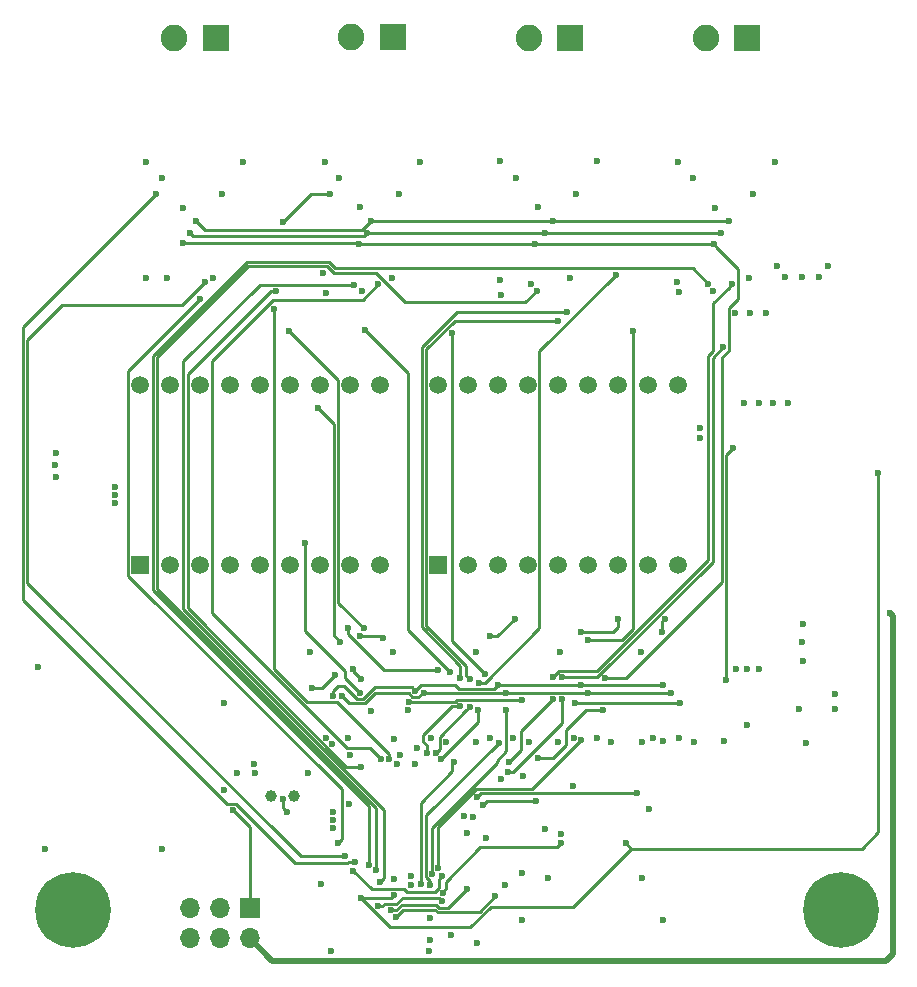
<source format=gbr>
G04 #@! TF.GenerationSoftware,KiCad,Pcbnew,(5.0-dev-4115-gdd04bcb)*
G04 #@! TF.CreationDate,2018-03-20T17:51:50-07:00*
G04 #@! TF.ProjectId,Thermocouple Data Logger,546865726D6F636F75706C6520446174,1*
G04 #@! TF.SameCoordinates,Original*
G04 #@! TF.FileFunction,Copper,L4,Bot,Signal*
G04 #@! TF.FilePolarity,Positive*
%FSLAX46Y46*%
G04 Gerber Fmt 4.6, Leading zero omitted, Abs format (unit mm)*
G04 Created by KiCad (PCBNEW (5.0-dev-4115-gdd04bcb)) date Tuesday, March 20, 2018 at 05:51:50 PM*
%MOMM*%
%LPD*%
G01*
G04 APERTURE LIST*
%ADD10R,1.500000X1.500000*%
%ADD11C,1.500000*%
%ADD12C,2.250000*%
%ADD13R,2.250000X2.250000*%
%ADD14O,1.700000X1.700000*%
%ADD15R,1.700000X1.700000*%
%ADD16C,1.000000*%
%ADD17C,0.800000*%
%ADD18C,6.400000*%
%ADD19C,0.600000*%
%ADD20C,0.250000*%
%ADD21C,0.500000*%
G04 APERTURE END LIST*
D10*
X119650000Y-99900000D03*
D11*
X122190000Y-99900000D03*
X124730000Y-99900000D03*
X127270000Y-99900000D03*
X129810000Y-99900000D03*
X132350000Y-99900000D03*
X134890000Y-99900000D03*
X137430000Y-99900000D03*
X139970000Y-99900000D03*
X139970000Y-84660000D03*
X137430000Y-84660000D03*
X134890000Y-84660000D03*
X132350000Y-84660000D03*
X129810000Y-84660000D03*
X127270000Y-84660000D03*
X124730000Y-84660000D03*
X122190000Y-84660000D03*
X119650000Y-84660000D03*
D12*
X122575000Y-55275000D03*
D13*
X126075000Y-55275000D03*
X141075000Y-55225000D03*
D12*
X137575000Y-55225000D03*
D13*
X156075000Y-55275000D03*
D12*
X152575000Y-55275000D03*
X167575000Y-55275000D03*
D13*
X171075000Y-55275000D03*
D14*
X123920000Y-131540000D03*
X123920000Y-129000000D03*
X126460000Y-131540000D03*
X126460000Y-129000000D03*
X129000000Y-131540000D03*
D15*
X129000000Y-129000000D03*
D10*
X144900000Y-99900000D03*
D11*
X147440000Y-99900000D03*
X149980000Y-99900000D03*
X152520000Y-99900000D03*
X155060000Y-99900000D03*
X157600000Y-99900000D03*
X160140000Y-99900000D03*
X162680000Y-99900000D03*
X165220000Y-99900000D03*
X165220000Y-84660000D03*
X162680000Y-84660000D03*
X160140000Y-84660000D03*
X157600000Y-84660000D03*
X155060000Y-84660000D03*
X152520000Y-84660000D03*
X149980000Y-84660000D03*
X147440000Y-84660000D03*
X144900000Y-84660000D03*
D16*
X130800000Y-119500000D03*
X132700000Y-119500000D03*
D17*
X115697056Y-127402944D03*
X114000000Y-126700000D03*
X112302944Y-127402944D03*
X111600000Y-129100000D03*
X112302944Y-130797056D03*
X114000000Y-131500000D03*
X115697056Y-130797056D03*
X116400000Y-129100000D03*
D18*
X114000000Y-129100000D03*
X179000000Y-129100000D03*
D17*
X181400000Y-129100000D03*
X180697056Y-130797056D03*
X179000000Y-131500000D03*
X177302944Y-130797056D03*
X176600000Y-129100000D03*
X177302944Y-127402944D03*
X179000000Y-126700000D03*
X180697056Y-127402944D03*
D19*
X141449992Y-116800000D03*
X165150000Y-76000000D03*
X165350000Y-76825000D03*
X143168778Y-115459043D03*
X152123866Y-117804635D03*
X151300000Y-114600000D03*
X150249019Y-118009522D03*
X135400000Y-76874990D03*
X135200000Y-75224990D03*
X120149891Y-75654269D03*
X141650002Y-116050000D03*
X141200000Y-114700000D03*
X144224998Y-129800032D03*
X144200000Y-131650000D03*
X142625000Y-127025000D03*
X136000000Y-121525000D03*
X136000000Y-120875010D03*
X129300000Y-116750000D03*
X129450000Y-117550000D03*
X133900000Y-117550000D03*
X164000000Y-130000000D03*
X175800000Y-104900000D03*
X175699998Y-106450000D03*
X175850000Y-108050000D03*
X165200000Y-65800000D03*
X166500000Y-67200000D03*
X171600000Y-68500000D03*
X171200000Y-75600000D03*
X173400000Y-65800000D03*
X156600000Y-68500000D03*
X141600000Y-68500000D03*
X126600000Y-68500000D03*
X158400000Y-65700000D03*
X150200000Y-65700000D03*
X151500000Y-67150000D03*
X156125000Y-75600000D03*
X150228867Y-77053837D03*
X150199992Y-75800000D03*
X136500000Y-67200000D03*
X135300000Y-65800000D03*
X143400000Y-65800000D03*
X141000000Y-75600000D03*
X120200000Y-65800000D03*
X121500000Y-67200000D03*
X128400000Y-65800000D03*
X125900000Y-75600000D03*
X121500000Y-124000000D03*
X126800000Y-119000000D03*
X126800000Y-111600000D03*
X162100000Y-107300000D03*
X155200000Y-107300000D03*
X148100000Y-107300000D03*
X141100000Y-107300000D03*
X134100000Y-107300000D03*
X162800000Y-120600000D03*
X156300000Y-118650000D03*
X136010000Y-122210000D03*
X148950000Y-123050000D03*
X147900000Y-121250000D03*
X147100000Y-121174998D03*
X142650000Y-126250000D03*
X135850000Y-132600000D03*
X144150000Y-132600000D03*
X171100000Y-113500000D03*
X175500000Y-112150000D03*
X178500000Y-110850000D03*
X178500000Y-112100000D03*
X111050000Y-108550000D03*
X111600000Y-124000000D03*
X135000000Y-126900000D03*
X148250000Y-131900000D03*
X150550000Y-127000000D03*
X162200000Y-126400000D03*
X154250000Y-126400000D03*
X155300000Y-122700000D03*
X153950000Y-122250000D03*
X169100000Y-114850000D03*
X165300000Y-114600000D03*
X162200000Y-114900000D03*
X155100000Y-114900004D03*
X158350000Y-114600000D03*
X148100000Y-114950000D03*
X144300000Y-114600000D03*
X137450000Y-116050000D03*
X137300000Y-114600000D03*
X177200000Y-75550000D03*
X173600000Y-74650000D03*
X174300000Y-75550000D03*
X175750000Y-75550000D03*
X177900000Y-74650000D03*
X153175000Y-119950000D03*
X148721995Y-120266698D03*
X142978128Y-116762979D03*
X137400000Y-120150000D03*
X121950355Y-75654269D03*
X127900000Y-117500000D03*
X147400000Y-122650000D03*
X141196037Y-126480773D03*
X112550000Y-92450000D03*
X112550000Y-90450000D03*
X112450000Y-91500000D03*
X146000000Y-131250000D03*
X152050000Y-129950000D03*
X152050000Y-126000000D03*
X172100000Y-108750000D03*
X170100000Y-108750000D03*
X171100000Y-108700000D03*
X176100000Y-115000000D03*
X170800000Y-86250000D03*
X172100000Y-86250000D03*
X173250000Y-86250000D03*
X174500000Y-86250000D03*
X123300000Y-69700000D03*
X141359023Y-129721919D03*
X149750000Y-127975000D03*
X135950000Y-115050000D03*
X135450000Y-114550000D03*
X117574990Y-94650000D03*
X117574990Y-93350000D03*
X117574990Y-94000000D03*
X157050000Y-114750000D03*
X144900000Y-125581288D03*
X139250000Y-112300000D03*
X142350000Y-112250000D03*
X145600000Y-114900000D03*
X149350000Y-114600000D03*
X156400000Y-114600000D03*
X152600000Y-114900000D03*
X159550000Y-114900000D03*
X166550000Y-114900000D03*
X163150000Y-114600000D03*
X163950000Y-114800000D03*
X167100000Y-89150000D03*
X167100000Y-88350000D03*
X161774999Y-119275001D03*
X148224999Y-119600000D03*
X170050000Y-78600000D03*
X140020231Y-126729769D03*
X138300000Y-69650000D03*
X138450000Y-76700000D03*
X137800000Y-76200000D03*
X139691711Y-125777086D03*
X153350000Y-69650000D03*
X171350000Y-78600000D03*
X153250000Y-76700000D03*
X152800004Y-76100000D03*
X139025000Y-125350000D03*
X168350000Y-69700000D03*
X172650000Y-78600000D03*
X168200000Y-76700000D03*
X167750000Y-76100000D03*
X141175000Y-127900004D03*
X138400000Y-128150000D03*
X160800000Y-123500000D03*
X182200000Y-92100000D03*
X183150001Y-103999999D03*
X145309741Y-127709739D03*
X155300000Y-123500001D03*
X127575000Y-120675000D03*
X145261447Y-128408083D03*
X139802954Y-128797292D03*
X140922092Y-129175012D03*
X147325000Y-127400000D03*
X145281250Y-126225000D03*
X137708083Y-125799999D03*
X132100000Y-120875000D03*
X131756173Y-119713710D03*
X133650000Y-98100000D03*
X138300000Y-110775010D03*
X132300000Y-80150000D03*
X138640731Y-105303186D03*
X138358732Y-109558732D03*
X137691268Y-108741268D03*
X136200000Y-109250000D03*
X134249718Y-110374990D03*
X134750000Y-86650000D03*
X136650000Y-106425000D03*
X138750000Y-80050000D03*
X145950001Y-108950000D03*
X137300000Y-105300000D03*
X144900000Y-108850000D03*
X140250011Y-106150000D03*
X138300000Y-105950000D03*
X148861728Y-109150011D03*
X146100000Y-80250000D03*
X151400000Y-104500000D03*
X149350000Y-105960011D03*
X161400000Y-80100000D03*
X157650000Y-106300000D03*
X160150000Y-104510000D03*
X157000000Y-105610017D03*
X164100000Y-104500000D03*
X163900000Y-105610001D03*
X169850000Y-90050000D03*
X169263713Y-109663713D03*
X150675000Y-112200000D03*
X144441283Y-126110048D03*
X136747992Y-111000031D03*
X164600000Y-110750000D03*
X143700000Y-110750000D03*
X150700000Y-110750000D03*
X157650000Y-110750000D03*
X150050000Y-115000005D03*
X144200000Y-127000000D03*
X136008465Y-111000031D03*
X143000000Y-110575021D03*
X150000000Y-110100000D03*
X164000000Y-110100000D03*
X157000000Y-110100000D03*
X146250000Y-116600000D03*
X143450000Y-126950000D03*
X121000000Y-68550000D03*
X137900000Y-125050000D03*
X124750000Y-77450000D03*
X136450000Y-123450000D03*
X131200000Y-76725000D03*
X140045731Y-116350063D03*
X139850000Y-76175000D03*
X140745666Y-116339711D03*
X135750000Y-68500000D03*
X131800000Y-70850000D03*
X131000000Y-78225000D03*
X155800000Y-78525000D03*
X146808425Y-109484340D03*
X146800000Y-111900000D03*
X147599998Y-109600000D03*
X147600004Y-111950000D03*
X155100000Y-79250000D03*
X144721655Y-115814118D03*
X148376109Y-109913056D03*
X148302356Y-112203865D03*
X159950000Y-75400000D03*
X145123606Y-116387213D03*
X159082725Y-109482737D03*
X158850000Y-112175000D03*
X153400000Y-116250000D03*
X150900002Y-116650000D03*
X169809089Y-76175000D03*
X154650000Y-109400000D03*
X154650000Y-111275000D03*
X155400000Y-111300000D03*
X150820536Y-117449711D03*
X155400000Y-109450000D03*
X169050000Y-81500000D03*
X138883404Y-71859074D03*
X125195622Y-75979280D03*
X137000000Y-124600000D03*
X138350000Y-117000000D03*
X143938354Y-115836077D03*
X168250000Y-72750000D03*
X153100000Y-72750000D03*
X138200000Y-72750000D03*
X123300000Y-72700000D03*
X169550000Y-70800000D03*
X154650000Y-70800000D03*
X139200000Y-70800000D03*
X124400000Y-70800000D03*
X168850000Y-71800000D03*
X153950000Y-71800000D03*
X123900000Y-71800000D03*
X142423111Y-111512434D03*
X152000000Y-111350000D03*
X165400000Y-111650000D03*
X156500000Y-111650000D03*
D20*
X148721995Y-120266698D02*
X149038693Y-119950000D01*
X149038693Y-119950000D02*
X153175000Y-119950000D01*
X149750000Y-127975000D02*
X148441905Y-129283095D01*
X141905920Y-129175022D02*
X141359023Y-129721919D01*
X144864465Y-129283095D02*
X144756392Y-129175022D01*
X148441905Y-129283095D02*
X144864465Y-129283095D01*
X144756392Y-129175022D02*
X141905920Y-129175022D01*
X152875009Y-118924991D02*
X157050000Y-114750000D01*
X148123006Y-118924991D02*
X152875009Y-118924991D01*
X144900000Y-122147997D02*
X148123006Y-118924991D01*
X144900000Y-125581288D02*
X144900000Y-122147997D01*
X148224999Y-119600000D02*
X148549998Y-119275001D01*
X148549998Y-119275001D02*
X161774999Y-119275001D01*
X140320230Y-120665220D02*
X123300000Y-103644990D01*
X140020231Y-126729769D02*
X140320230Y-126429770D01*
X129800000Y-76200000D02*
X137800000Y-76200000D01*
X123300000Y-82700000D02*
X129800000Y-76200000D01*
X140320230Y-126429770D02*
X140320230Y-120665220D01*
X123300000Y-103644990D02*
X123300000Y-82700000D01*
X121100000Y-101939980D02*
X121100000Y-82350000D01*
X135500001Y-74599989D02*
X136075011Y-75174999D01*
X142153836Y-77678838D02*
X152271162Y-77678838D01*
X139649997Y-75174999D02*
X142153836Y-77678838D01*
X152271162Y-77678838D02*
X153250000Y-76700000D01*
X136075011Y-75174999D02*
X139649997Y-75174999D01*
X128850011Y-74599989D02*
X135500001Y-74599989D01*
X121100000Y-82350000D02*
X128850011Y-74599989D01*
X139691711Y-120531691D02*
X121100000Y-101939980D01*
X139691711Y-125777086D02*
X139691711Y-120531691D01*
X136219990Y-74824988D02*
X166474989Y-74824989D01*
X128705032Y-74249978D02*
X135644981Y-74249979D01*
X139025000Y-120359970D02*
X120749990Y-102084960D01*
X120749990Y-82205020D02*
X128705032Y-74249978D01*
X120749990Y-102084960D02*
X120749990Y-82205020D01*
X166474989Y-74824989D02*
X167750000Y-76100000D01*
X135644981Y-74249979D02*
X136219990Y-74824988D01*
X139025000Y-125350000D02*
X139025000Y-120359970D01*
X140925004Y-128150000D02*
X141175000Y-127900004D01*
X138400000Y-128150000D02*
X140925004Y-128150000D01*
X156350000Y-128850000D02*
X149369990Y-128850000D01*
X161250000Y-123950000D02*
X156350000Y-128850000D01*
X149369990Y-128850000D02*
X147619990Y-130600000D01*
X147619990Y-130600000D02*
X140850000Y-130600000D01*
X140850000Y-130600000D02*
X138400000Y-128150000D01*
X180800000Y-123950000D02*
X161250000Y-123950000D01*
X161250000Y-123950000D02*
X160800000Y-123500000D01*
X182200000Y-122550000D02*
X180800000Y-123950000D01*
X182200000Y-92100000D02*
X182200000Y-122550000D01*
D21*
X129000000Y-131540000D02*
X130880990Y-133420990D01*
X130880990Y-133420990D02*
X182879010Y-133420990D01*
X182879010Y-133420990D02*
X183420990Y-132879010D01*
X183420990Y-104270988D02*
X183150001Y-103999999D01*
X183420990Y-132879010D02*
X183420990Y-104270988D01*
D20*
X145549999Y-126750737D02*
X145549999Y-127349999D01*
X145549999Y-127349999D02*
X145250000Y-127649998D01*
X148500736Y-123800000D02*
X145549999Y-126750737D01*
X155300000Y-123500001D02*
X155000001Y-123800000D01*
X155000001Y-123800000D02*
X148500736Y-123800000D01*
X145250000Y-127649998D02*
X145309741Y-127709739D01*
X127575000Y-120675000D02*
X129000000Y-122100000D01*
X129000000Y-122100000D02*
X129000000Y-129000000D01*
X141918920Y-128108084D02*
X144961448Y-128108084D01*
X139802954Y-128797292D02*
X140227218Y-128797292D01*
X140227218Y-128797292D02*
X140374508Y-128650002D01*
X144961448Y-128108084D02*
X145261447Y-128408083D01*
X141377002Y-128650002D02*
X141918920Y-128108084D01*
X140374508Y-128650002D02*
X141377002Y-128650002D01*
X145791915Y-128933085D02*
X145009445Y-128933085D01*
X145009445Y-128933085D02*
X144776371Y-128700011D01*
X144776371Y-128700011D02*
X141821983Y-128700011D01*
X141346982Y-129175012D02*
X140922092Y-129175012D01*
X141821983Y-128700011D02*
X141346982Y-129175012D01*
X147325000Y-127400000D02*
X145791915Y-128933085D01*
X137708083Y-125799999D02*
X139283087Y-127375003D01*
X142050001Y-127375003D02*
X142324999Y-127650001D01*
X139283087Y-127375003D02*
X142050001Y-127375003D01*
X145025001Y-126481249D02*
X145281250Y-126225000D01*
X142324999Y-127650001D02*
X144627001Y-127650001D01*
X144627001Y-127650001D02*
X145025001Y-127252001D01*
X145025001Y-127252001D02*
X145025001Y-126481249D01*
X131756173Y-119713710D02*
X131756173Y-120531173D01*
X131756173Y-120531173D02*
X132100000Y-120875000D01*
X137025002Y-108897998D02*
X137025002Y-109500012D01*
X133650000Y-105522996D02*
X137025002Y-108897998D01*
X137025002Y-109500012D02*
X138300000Y-110775010D01*
X133650000Y-98100000D02*
X133650000Y-105522996D01*
X138640731Y-105303186D02*
X136450000Y-103112455D01*
X136450000Y-103112455D02*
X136450000Y-84300000D01*
X136450000Y-84300000D02*
X132300000Y-80150000D01*
X137691268Y-108741268D02*
X137691268Y-108891268D01*
X137691268Y-108891268D02*
X138358732Y-109558732D01*
X135075010Y-110374990D02*
X136200000Y-109250000D01*
X134249718Y-110374990D02*
X135075010Y-110374990D01*
X136650000Y-106425000D02*
X136099990Y-105874990D01*
X136099990Y-105874990D02*
X136099990Y-87999990D01*
X136099990Y-87999990D02*
X134750000Y-86650000D01*
X145950001Y-108950000D02*
X142400000Y-105399999D01*
X142400000Y-105399999D02*
X142400000Y-83700000D01*
X142400000Y-83700000D02*
X138750000Y-80050000D01*
X140372996Y-108850000D02*
X137300000Y-105777004D01*
X137300000Y-105777004D02*
X137300000Y-105300000D01*
X144900000Y-108850000D02*
X140372996Y-108850000D01*
X140050011Y-105950000D02*
X140250011Y-106150000D01*
X138300000Y-105950000D02*
X140050011Y-105950000D01*
X146100000Y-80250000D02*
X146100000Y-106388283D01*
X146100000Y-106388283D02*
X148561729Y-108850012D01*
X148561729Y-108850012D02*
X148861728Y-109150011D01*
X149350000Y-105960011D02*
X149939989Y-105960011D01*
X149939989Y-105960011D02*
X151400000Y-104500000D01*
X157650000Y-106300000D02*
X160450000Y-106300000D01*
X160450000Y-106300000D02*
X161400000Y-105350000D01*
X161400000Y-105350000D02*
X161400000Y-80100000D01*
X159689983Y-105610017D02*
X160150000Y-105150000D01*
X160150000Y-105150000D02*
X160150000Y-104510000D01*
X157000000Y-105610017D02*
X159689983Y-105610017D01*
X163900000Y-105610001D02*
X163900000Y-104700000D01*
X163900000Y-104700000D02*
X164100000Y-104500000D01*
X169263713Y-109663713D02*
X169263713Y-90636287D01*
X169263713Y-90636287D02*
X169850000Y-90050000D01*
X150275736Y-110750000D02*
X150700000Y-110750000D01*
X150237667Y-110788069D02*
X150275736Y-110750000D01*
X144162333Y-110788069D02*
X150237667Y-110788069D01*
X144124264Y-110750000D02*
X144162333Y-110788069D01*
X143700000Y-110750000D02*
X144124264Y-110750000D01*
X144374999Y-122178010D02*
X149874999Y-116678010D01*
X144441283Y-126110048D02*
X144441283Y-125899573D01*
X149874999Y-116678010D02*
X149874999Y-116497999D01*
X150675000Y-115697998D02*
X150675000Y-112200000D01*
X149874999Y-116497999D02*
X150675000Y-115697998D01*
X144441283Y-125899573D02*
X144374999Y-125833289D01*
X144374999Y-125833289D02*
X144374999Y-122178010D01*
X139572002Y-110775000D02*
X138696980Y-111650022D01*
X143602023Y-110750000D02*
X143252001Y-111100022D01*
X137397983Y-111650022D02*
X136747992Y-111000031D01*
X143252001Y-111100022D02*
X142747999Y-111100022D01*
X142422977Y-110775000D02*
X139572002Y-110775000D01*
X138696980Y-111650022D02*
X137397983Y-111650022D01*
X142747999Y-111100022D02*
X142422977Y-110775000D01*
X143700000Y-110750000D02*
X143602023Y-110750000D01*
X157650000Y-110750000D02*
X164600000Y-110750000D01*
X150700000Y-110750000D02*
X157650000Y-110750000D01*
X164575000Y-110775000D02*
X164600000Y-110750000D01*
X146322998Y-110100000D02*
X143475021Y-110100000D01*
X143475021Y-110100000D02*
X143299999Y-110275022D01*
X146661056Y-110438058D02*
X146322998Y-110100000D01*
X150000000Y-110100000D02*
X149661942Y-110438058D01*
X143299999Y-110275022D02*
X143000000Y-110575021D01*
X149661942Y-110438058D02*
X146661056Y-110438058D01*
X143916282Y-126362049D02*
X143916282Y-121133723D01*
X144200000Y-126645767D02*
X143916282Y-126362049D01*
X144200000Y-127000000D02*
X144200000Y-126645767D01*
X143916282Y-121133723D02*
X150050000Y-115000005D01*
X136922999Y-110175011D02*
X136409221Y-110175011D01*
X138552001Y-111300011D02*
X138047999Y-111300011D01*
X138047999Y-111300011D02*
X136922999Y-110175011D01*
X136409221Y-110175011D02*
X136008465Y-110575767D01*
X142700001Y-110275022D02*
X139576990Y-110275022D01*
X143000000Y-110575021D02*
X142700001Y-110275022D01*
X139576990Y-110275022D02*
X138552001Y-111300011D01*
X136008465Y-110575767D02*
X136008465Y-111000031D01*
X157000000Y-110100000D02*
X164000000Y-110100000D01*
X150000000Y-110100000D02*
X157000000Y-110100000D01*
X143450000Y-120077002D02*
X146125001Y-117402001D01*
X146125001Y-116724999D02*
X146250000Y-116600000D01*
X143450000Y-126950000D02*
X143450000Y-120077002D01*
X146125001Y-117402001D02*
X146125001Y-116724999D01*
X127827001Y-120149999D02*
X127024997Y-120149999D01*
X127024997Y-120149999D02*
X109800000Y-102925002D01*
X109800000Y-102925002D02*
X109800000Y-79750000D01*
X137900000Y-125050000D02*
X137327002Y-125050000D01*
X132802003Y-125125001D02*
X127827001Y-120149999D01*
X137327002Y-125050000D02*
X137252001Y-125125001D01*
X137252001Y-125125001D02*
X132802003Y-125125001D01*
X109800000Y-79750000D02*
X121000000Y-68550000D01*
X136450000Y-123450000D02*
X136749999Y-123150001D01*
X136749999Y-123150001D02*
X136749999Y-118905001D01*
X136749999Y-118905001D02*
X118674999Y-100830001D01*
X118674999Y-100830001D02*
X118674999Y-83525001D01*
X118674999Y-83525001D02*
X124750000Y-77450000D01*
X137150000Y-117000000D02*
X123754999Y-103604999D01*
X123754999Y-103604999D02*
X123754999Y-83745737D01*
X123754999Y-83745737D02*
X130775736Y-76725000D01*
X138350000Y-117000000D02*
X137150000Y-117000000D01*
X130775736Y-76725000D02*
X131200000Y-76725000D01*
X138525000Y-77500000D02*
X130900000Y-77500000D01*
X139745732Y-116050064D02*
X140045731Y-116350063D01*
X125750000Y-103975002D02*
X137199997Y-115424999D01*
X137199997Y-115424999D02*
X139120667Y-115424999D01*
X139120667Y-115424999D02*
X139745732Y-116050064D01*
X130900000Y-77500000D02*
X125750000Y-82650000D01*
X125750000Y-82650000D02*
X125750000Y-103975002D01*
X139850000Y-76175000D02*
X138525000Y-77500000D01*
X133795018Y-111525032D02*
X136355251Y-111525032D01*
X140745666Y-115915447D02*
X140745666Y-116339711D01*
X131000000Y-78225000D02*
X131000000Y-108730014D01*
X131000000Y-108730014D02*
X133795018Y-111525032D01*
X136355251Y-111525032D02*
X140745666Y-115915447D01*
X131800000Y-70850000D02*
X134150000Y-68500000D01*
X134150000Y-68500000D02*
X135750000Y-68500000D01*
X146808425Y-109484340D02*
X146808425Y-108453413D01*
X146808425Y-108453413D02*
X143574989Y-105219977D01*
X143574989Y-105219977D02*
X143574989Y-81503021D01*
X143574989Y-81503021D02*
X146553010Y-78525000D01*
X146553010Y-78525000D02*
X155800000Y-78525000D01*
X143938354Y-115836077D02*
X143938354Y-115163356D01*
X143938354Y-115163356D02*
X143674999Y-114900001D01*
X143674999Y-114299999D02*
X146074998Y-111900000D01*
X143674999Y-114900001D02*
X143674999Y-114299999D01*
X146074998Y-111900000D02*
X146800000Y-111900000D01*
X143924999Y-81647999D02*
X143924999Y-105074999D01*
X147299999Y-108449999D02*
X147299999Y-109300001D01*
X146322998Y-79250000D02*
X143924999Y-81647999D01*
X143924999Y-105074999D02*
X147299999Y-108449999D01*
X155100000Y-79250000D02*
X146322998Y-79250000D01*
X147299999Y-109300001D02*
X147599998Y-109600000D01*
X145050000Y-115485773D02*
X145050000Y-114500004D01*
X147300005Y-112249999D02*
X147600004Y-111950000D01*
X144721655Y-115814118D02*
X145050000Y-115485773D01*
X145050000Y-114500004D02*
X147300005Y-112249999D01*
X159950000Y-75400000D02*
X153495001Y-81854999D01*
X148800373Y-109913056D02*
X148376109Y-109913056D01*
X153495001Y-81854999D02*
X153495001Y-105282002D01*
X148863947Y-109913056D02*
X148800373Y-109913056D01*
X153495001Y-105282002D02*
X148863947Y-109913056D01*
X148302356Y-112628129D02*
X148302356Y-112203865D01*
X145123606Y-116387213D02*
X148302356Y-113208463D01*
X148302356Y-113208463D02*
X148302356Y-112628129D01*
X159082725Y-109482737D02*
X160842265Y-109482737D01*
X168913703Y-101411299D02*
X168913703Y-82413299D01*
X168913703Y-82413299D02*
X169575001Y-81752001D01*
X160842265Y-109482737D02*
X168913703Y-101411299D01*
X169575001Y-81752001D02*
X169575001Y-78902003D01*
X169575001Y-78902003D02*
X169524999Y-78852001D01*
X169524999Y-78852001D02*
X169524999Y-78200003D01*
X169524999Y-78200003D02*
X170334090Y-77390912D01*
X170334090Y-77390912D02*
X170334090Y-74834090D01*
X170334090Y-74834090D02*
X168549999Y-73049999D01*
X168549999Y-73049999D02*
X168250000Y-72750000D01*
X153400000Y-116250000D02*
X154675006Y-116250000D01*
X155725001Y-113924999D02*
X157475000Y-112175000D01*
X157475000Y-112175000D02*
X158850000Y-112175000D01*
X155725001Y-115200005D02*
X155725001Y-113924999D01*
X154675006Y-116250000D02*
X155725001Y-115200005D01*
X169509090Y-76474999D02*
X169809089Y-76175000D01*
X158403009Y-108924999D02*
X167799989Y-99528019D01*
X168199990Y-77784099D02*
X169509090Y-76474999D01*
X168199989Y-81855021D02*
X168199990Y-77784099D01*
X167799990Y-82255020D02*
X168199989Y-81855021D01*
X155125001Y-108924999D02*
X158403009Y-108924999D01*
X154650000Y-109400000D02*
X155125001Y-108924999D01*
X167799989Y-99528019D02*
X167799990Y-82255020D01*
X150900002Y-116650000D02*
X151925001Y-115625001D01*
X151925001Y-113999999D02*
X154650000Y-111275000D01*
X151925001Y-115625001D02*
X151925001Y-113999999D01*
X125150000Y-71550000D02*
X138450000Y-71550000D01*
X138450000Y-71550000D02*
X139200000Y-70800000D01*
X124400000Y-70800000D02*
X125150000Y-71550000D01*
X168150000Y-99672998D02*
X168150000Y-82400000D01*
X155400000Y-109450000D02*
X158372998Y-109450000D01*
X158372998Y-109450000D02*
X168150000Y-99672998D01*
X168150000Y-82400000D02*
X169050000Y-81500000D01*
X155400000Y-111300000D02*
X155400000Y-113294511D01*
X155400000Y-113294511D02*
X151244800Y-117449711D01*
X151244800Y-117449711D02*
X150820536Y-117449711D01*
X123900000Y-71800000D02*
X124199999Y-72099999D01*
X138642479Y-72099999D02*
X138883404Y-71859074D01*
X153950000Y-71800000D02*
X138942478Y-71800000D01*
X124199999Y-72099999D02*
X138642479Y-72099999D01*
X138942478Y-71800000D02*
X138883404Y-71859074D01*
X146360564Y-111512434D02*
X142847375Y-111512434D01*
X142847375Y-111512434D02*
X142423111Y-111512434D01*
X147402001Y-111324999D02*
X146547999Y-111324999D01*
X146547999Y-111324999D02*
X146360564Y-111512434D01*
X152000000Y-111350000D02*
X147427002Y-111350000D01*
X147427002Y-111350000D02*
X147402001Y-111324999D01*
X137000000Y-124600000D02*
X133325002Y-124600000D01*
X113100000Y-77900000D02*
X123274902Y-77900000D01*
X133325002Y-124600000D02*
X110150011Y-101425009D01*
X110150011Y-101425009D02*
X110150011Y-80849989D01*
X110150011Y-80849989D02*
X113100000Y-77900000D01*
X123274902Y-77900000D02*
X125195622Y-75979280D01*
X153100000Y-72750000D02*
X168250000Y-72750000D01*
X138200000Y-72750000D02*
X153100000Y-72750000D01*
X123300000Y-72700000D02*
X138150000Y-72700000D01*
X138150000Y-72700000D02*
X138200000Y-72750000D01*
X154650000Y-70800000D02*
X169550000Y-70800000D01*
X139200000Y-70800000D02*
X154650000Y-70800000D01*
X153950000Y-71800000D02*
X168850000Y-71800000D01*
X156500000Y-111650000D02*
X165400000Y-111650000D01*
M02*

</source>
